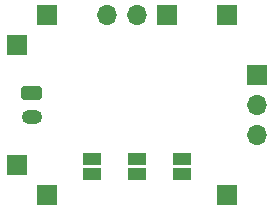
<source format=gbs>
%TF.GenerationSoftware,KiCad,Pcbnew,(5.1.9)-1*%
%TF.CreationDate,2021-09-17T21:45:03+01:00*%
%TF.ProjectId,led-addon,6c65642d-6164-4646-9f6e-2e6b69636164,rev?*%
%TF.SameCoordinates,Original*%
%TF.FileFunction,Soldermask,Bot*%
%TF.FilePolarity,Negative*%
%FSLAX46Y46*%
G04 Gerber Fmt 4.6, Leading zero omitted, Abs format (unit mm)*
G04 Created by KiCad (PCBNEW (5.1.9)-1) date 2021-09-17 21:45:03*
%MOMM*%
%LPD*%
G01*
G04 APERTURE LIST*
%ADD10O,1.700000X1.700000*%
%ADD11R,1.700000X1.700000*%
%ADD12O,1.750000X1.200000*%
%ADD13R,1.500000X1.000000*%
G04 APERTURE END LIST*
D10*
%TO.C,SW1*%
X43180000Y-35560000D03*
X43180000Y-33020000D03*
D11*
X43180000Y-30480000D03*
%TD*%
D10*
%TO.C,RV1*%
X30480000Y-25400000D03*
X33020000Y-25400000D03*
D11*
X35560000Y-25400000D03*
%TD*%
D12*
%TO.C,D1*%
X24130000Y-34004000D03*
G36*
G01*
X23504999Y-31404000D02*
X24755001Y-31404000D01*
G75*
G02*
X25005000Y-31653999I0J-249999D01*
G01*
X25005000Y-32354001D01*
G75*
G02*
X24755001Y-32604000I-249999J0D01*
G01*
X23504999Y-32604000D01*
G75*
G02*
X23255000Y-32354001I0J249999D01*
G01*
X23255000Y-31653999D01*
G75*
G02*
X23504999Y-31404000I249999J0D01*
G01*
G37*
%TD*%
D13*
%TO.C,JP1*%
X36830000Y-37577000D03*
X36830000Y-38877000D03*
%TD*%
%TO.C,JP3*%
X29210000Y-37577000D03*
X29210000Y-38877000D03*
%TD*%
%TO.C,JP2*%
X33020000Y-37577000D03*
X33020000Y-38877000D03*
%TD*%
D11*
%TO.C,J3*%
X22860000Y-38100000D03*
%TD*%
%TO.C,J2*%
X22860000Y-27940000D03*
%TD*%
%TO.C,J8*%
X25400000Y-40640000D03*
%TD*%
%TO.C,J6*%
X40640000Y-40640000D03*
%TD*%
%TO.C,J5*%
X25400000Y-25400000D03*
%TD*%
%TO.C,J1*%
X40640000Y-25400000D03*
%TD*%
M02*

</source>
